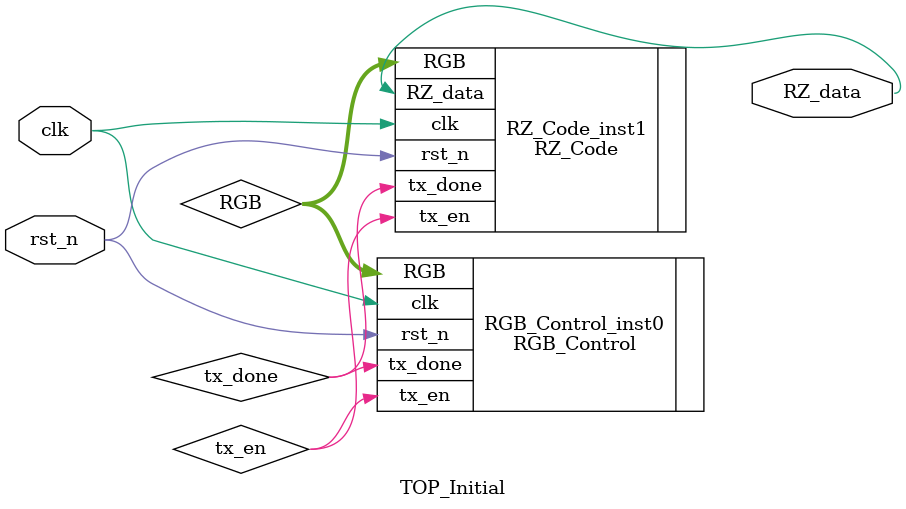
<source format=v>
module TOP_Initial(
	input	clk,
	input	rst_n,
	output 	RZ_data
);
//-------------------------------//
wire 	tx_en;
wire 	tx_done;
wire 	[23:0]	RGB;
//-------------------------------//

//-------------------------------//
RGB_Control		RGB_Control_inst0(
	.clk		(clk),
	.rst_n		(rst_n),
	.tx_done	(tx_done),
	.tx_en		(tx_en),	
	.RGB		(RGB)
);
//-------------------------------//
RZ_Code			RZ_Code_inst1(
	.clk		(clk),
	.rst_n		(rst_n),
	.RGB		(RGB),
	.tx_en		(tx_en),	
	.tx_done	(tx_done),
	.RZ_data	(RZ_data)
);

endmodule

</source>
